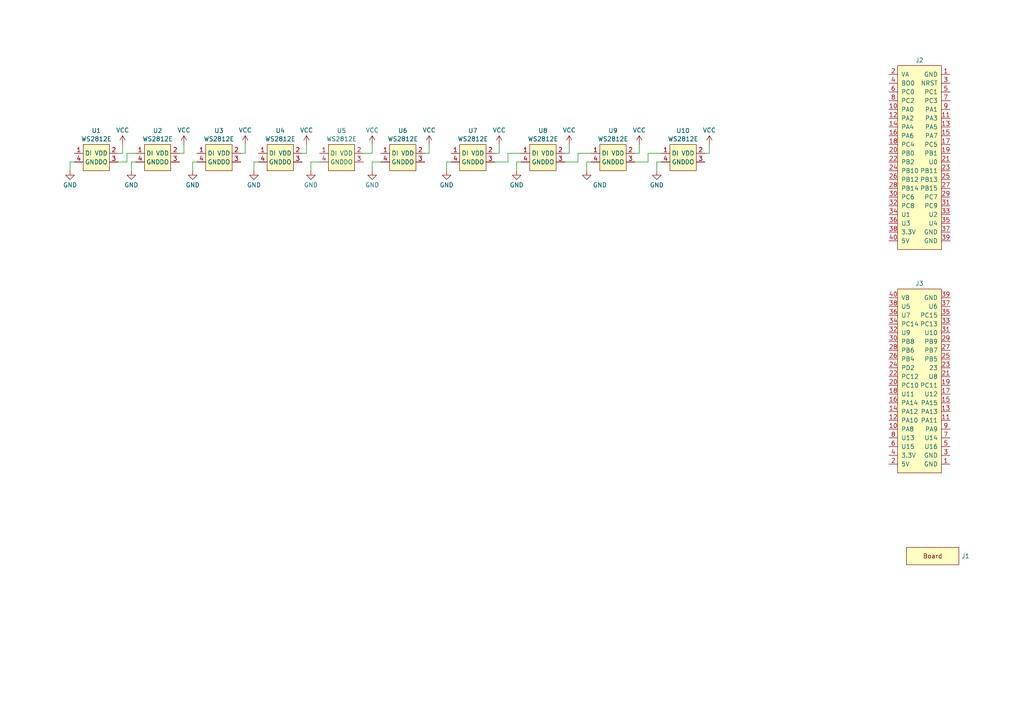
<source format=kicad_sch>
(kicad_sch (version 20230121) (generator eeschema)
  (paper "A4")
  (title_block (title "${TITLE}") (rev "${REVISION}") (company "${COMPANY}") (comment 1 "${AUTHOR}") (comment 2 "${AUTHOR_EMAIL}") (comment 3 "${URL}"))
  (lib_symbols
    (symbol "power:GND" (power) (pin_names (offset 0))
      (property "Value" "GND" (at 0 -3.81 0))
      (symbol "GND_0_1"
        (polyline (pts (xy 0 0) (xy 0 -1.27) (xy 1.27 -1.27) (xy 0 -2.54) (xy -1.27 -1.27) (xy 0 -1.27)))
      )
      (symbol "GND_1_1"
        (pin power_in line (at 0 0 270) (length 0) hide (name "GND") (number "1"))
      )
    )
    (symbol "power:VCC" (power) (pin_names (offset 0))
      (property "Value" "VCC" (at 0 3.81 0))
      (symbol "VCC_0_1"
        (polyline (pts (xy -0.762 1.27) (xy 0 2.54)))
        (polyline (pts (xy 0 0) (xy 0 2.54)))
        (polyline (pts (xy 0 2.54) (xy 0.762 1.27)))
      )
      (symbol "VCC_1_1"
        (pin power_in line (at 0 0 90) (length 0) hide (name "VCC") (number "1"))
      )
    )
    (symbol "stm32world:STM32WORLD_BOARD" (pin_names (offset 1.016))
      (property "Reference" "J" (at -6.35 3.81 0))
      (symbol "STM32WORLD_BOARD_0_0"
        (text "Board" (at 0 0 0) (effects (font (size 1.27 1.27))))
      )
      (symbol "STM32WORLD_BOARD_0_1"
        (rectangle (start -7.62 2.54) (end 7.62 -2.54) (stroke (width 0.1524)) (fill (type background)))
      )
    )
    (symbol "stm32world:STM32WORLD_CONNECTOR_1" (pin_names (offset 1.016))
      (property "Reference" "J" (at -6.35 27.94 0))
      (symbol "STM32WORLD_CONNECTOR_1_0_1"
        (rectangle (start -6.35 26.67) (end 6.35 -26.67) (fill (type background)))
      )
      (symbol "STM32WORLD_CONNECTOR_1_1_1"
        (pin passive line (at 8.89 24.13 180) (length 2.54) (name "GND") (number "1"))
        (pin passive line (at -8.89 13.97 0) (length 2.54) (name "PA0") (number "10"))
        (pin passive line (at 8.89 11.43 180) (length 2.54) (name "PA3") (number "11"))
        (pin passive line (at -8.89 11.43 0) (length 2.54) (name "PA2") (number "12"))
        (pin passive line (at 8.89 8.89 180) (length 2.54) (name "PA5") (number "13"))
        (pin passive line (at -8.89 8.89 0) (length 2.54) (name "PA4") (number "14"))
        (pin passive line (at 8.89 6.35 180) (length 2.54) (name "PA7") (number "15"))
        (pin passive line (at -8.89 6.35 0) (length 2.54) (name "PA6") (number "16"))
        (pin passive line (at 8.89 3.81 180) (length 2.54) (name "PC5") (number "17"))
        (pin passive line (at -8.89 3.81 0) (length 2.54) (name "PC4") (number "18"))
        (pin passive line (at 8.89 1.27 180) (length 2.54) (name "PB1") (number "19"))
        (pin passive line (at -8.89 24.13 0) (length 2.54) (name "VA") (number "2"))
        (pin passive line (at -8.89 1.27 0) (length 2.54) (name "PB0") (number "20"))
        (pin passive line (at 8.89 -1.27 180) (length 2.54) (name "U0") (number "21"))
        (pin passive line (at -8.89 -1.27 0) (length 2.54) (name "PB2") (number "22"))
        (pin passive line (at 8.89 -3.81 180) (length 2.54) (name "PB11") (number "23"))
        (pin passive line (at -8.89 -3.81 0) (length 2.54) (name "PB10") (number "24"))
        (pin passive line (at 8.89 -6.35 180) (length 2.54) (name "PB13") (number "25"))
        (pin passive line (at -8.89 -6.35 0) (length 2.54) (name "PB12") (number "26"))
        (pin passive line (at 8.89 -8.89 180) (length 2.54) (name "PB15") (number "27"))
        (pin passive line (at -8.89 -8.89 0) (length 2.54) (name "PB14") (number "28"))
        (pin passive line (at 8.89 -11.43 180) (length 2.54) (name "PC7") (number "29"))
        (pin passive line (at 8.89 21.59 180) (length 2.54) (name "NRST") (number "3"))
        (pin passive line (at -8.89 -11.43 0) (length 2.54) (name "PC6") (number "30"))
        (pin passive line (at 8.89 -13.97 180) (length 2.54) (name "PC9") (number "31"))
        (pin passive line (at -8.89 -13.97 0) (length 2.54) (name "PC8") (number "32"))
        (pin passive line (at 8.89 -16.51 180) (length 2.54) (name "U2") (number "33"))
        (pin passive line (at -8.89 -16.51 0) (length 2.54) (name "U1") (number "34"))
        (pin passive line (at 8.89 -19.05 180) (length 2.54) (name "U4") (number "35"))
        (pin passive line (at -8.89 -19.05 0) (length 2.54) (name "U3") (number "36"))
        (pin passive line (at 8.89 -21.59 180) (length 2.54) (name "GND") (number "37"))
        (pin passive line (at -8.89 -21.59 0) (length 2.54) (name "3.3V") (number "38"))
        (pin passive line (at 8.89 -24.13 180) (length 2.54) (name "GND") (number "39"))
        (pin passive line (at -8.89 21.59 0) (length 2.54) (name "BO0") (number "4"))
        (pin passive line (at -8.89 -24.13 0) (length 2.54) (name "5V") (number "40"))
        (pin passive line (at 8.89 19.05 180) (length 2.54) (name "PC1") (number "5"))
        (pin passive line (at -8.89 19.05 0) (length 2.54) (name "PC0") (number "6"))
        (pin passive line (at 8.89 16.51 180) (length 2.54) (name "PC3") (number "7"))
        (pin passive line (at -8.89 16.51 0) (length 2.54) (name "PC2") (number "8"))
        (pin passive line (at 8.89 13.97 180) (length 2.54) (name "PA1") (number "9"))
      )
    )
    (symbol "stm32world:STM32WORLD_CONNECTOR_2" (pin_names (offset 1.016))
      (property "Reference" "J" (at -5.08 27.94 0))
      (symbol "STM32WORLD_CONNECTOR_2_0_1"
        (rectangle (start 6.35 26.67) (end -6.35 -26.67) (fill (type background)))
      )
      (symbol "STM32WORLD_CONNECTOR_2_1_1"
        (pin passive line (at 8.89 -24.13 180) (length 2.54) (name "GND") (number "1"))
        (pin passive line (at -8.89 -13.97 0) (length 2.54) (name "PA8") (number "10"))
        (pin passive line (at 8.89 -11.43 180) (length 2.54) (name "PA11") (number "11"))
        (pin passive line (at -8.89 -11.43 0) (length 2.54) (name "PA10") (number "12"))
        (pin passive line (at 8.89 -8.89 180) (length 2.54) (name "PA13") (number "13"))
        (pin passive line (at -8.89 -8.89 0) (length 2.54) (name "PA12") (number "14"))
        (pin passive line (at 8.89 -6.35 180) (length 2.54) (name "PA15") (number "15"))
        (pin passive line (at -8.89 -6.35 0) (length 2.54) (name "PA14") (number "16"))
        (pin passive line (at 8.89 -3.81 180) (length 2.54) (name "U12") (number "17"))
        (pin passive line (at -8.89 -3.81 0) (length 2.54) (name "U11") (number "18"))
        (pin passive line (at 8.89 -1.27 180) (length 2.54) (name "PC11") (number "19"))
        (pin passive line (at -8.89 -24.13 0) (length 2.54) (name "5V") (number "2"))
        (pin passive line (at -8.89 -1.27 0) (length 2.54) (name "PC10") (number "20"))
        (pin passive line (at 8.89 1.27 180) (length 2.54) (name "U8") (number "21"))
        (pin passive line (at -8.89 1.27 0) (length 2.54) (name "PC12") (number "22"))
        (pin passive line (at 8.89 3.81 180) (length 2.54) (name "23") (number "23"))
        (pin passive line (at -8.89 3.81 0) (length 2.54) (name "PD2") (number "24"))
        (pin passive line (at 8.89 6.35 180) (length 2.54) (name "PB5") (number "25"))
        (pin passive line (at -8.89 6.35 0) (length 2.54) (name "PB4") (number "26"))
        (pin passive line (at 8.89 8.89 180) (length 2.54) (name "PB7") (number "27"))
        (pin passive line (at -8.89 8.89 0) (length 2.54) (name "PB6") (number "28"))
        (pin passive line (at 8.89 11.43 180) (length 2.54) (name "PB9") (number "29"))
        (pin passive line (at 8.89 -21.59 180) (length 2.54) (name "GND") (number "3"))
        (pin passive line (at -8.89 11.43 0) (length 2.54) (name "PB8") (number "30"))
        (pin passive line (at 8.89 13.97 180) (length 2.54) (name "U10") (number "31"))
        (pin passive line (at -8.89 13.97 0) (length 2.54) (name "U9") (number "32"))
        (pin passive line (at 8.89 16.51 180) (length 2.54) (name "PC13") (number "33"))
        (pin passive line (at -8.89 16.51 0) (length 2.54) (name "PC14") (number "34"))
        (pin passive line (at 8.89 19.05 180) (length 2.54) (name "PC15") (number "35"))
        (pin passive line (at -8.89 19.05 0) (length 2.54) (name "U7") (number "36"))
        (pin passive line (at 8.89 21.59 180) (length 2.54) (name "U6") (number "37"))
        (pin passive line (at -8.89 21.59 0) (length 2.54) (name "U5") (number "38"))
        (pin passive line (at 8.89 24.13 180) (length 2.54) (name "GND") (number "39"))
        (pin passive line (at -8.89 -21.59 0) (length 2.54) (name "3.3V") (number "4"))
        (pin passive line (at -8.89 24.13 0) (length 2.54) (name "VB") (number "40"))
        (pin passive line (at 8.89 -19.05 180) (length 2.54) (name "U16") (number "5"))
        (pin passive line (at -8.89 -19.05 0) (length 2.54) (name "U15") (number "6"))
        (pin passive line (at 8.89 -16.51 180) (length 2.54) (name "U14") (number "7"))
        (pin passive line (at -8.89 -16.51 0) (length 2.54) (name "U13") (number "8"))
        (pin passive line (at 8.89 -13.97 180) (length 2.54) (name "PA9") (number "9"))
      )
    )
    (symbol "stm32world:WS2812E-MINI-X1"
      (property "Reference" "U" (at -3.81 1.27 0))
      (property "Value" "WS2812E" (at 0 -8.89 0))
      (symbol "WS2812E-MINI-X1_1_1"
        (rectangle (start -3.81 0) (end 3.81 -7.62) (fill (type background)))
        (pin input line (at -6.35 -2.54 0) (length 2.54) (name "DI") (number "1"))
        (pin power_in line (at 6.35 -2.54 180) (length 2.54) (name "VDD") (number "2"))
        (pin output line (at 6.35 -5.08 180) (length 2.54) (name "DO") (number "3"))
        (pin power_in line (at -6.35 -5.08 0) (length 2.54) (name "GND") (number "4"))
      )
    )
  )
  (wire (pts (xy 129.54 49.53) (xy 129.54 46.99)))
  (wire (pts (xy 36.83 44.45) (xy 39.37 44.45)))
  (wire (pts (xy 147.32 44.45) (xy 147.32 46.99)))
  (wire (pts (xy 185.42 44.45) (xy 184.15 44.45)))
  (wire (pts (xy 35.56 44.45) (xy 34.29 44.45)))
  (wire (pts (xy 35.56 41.91) (xy 35.56 44.45)))
  (wire (pts (xy 73.66 49.53) (xy 73.66 46.99)))
  (wire (pts (xy 124.46 41.91) (xy 124.46 44.45)))
  (wire (pts (xy 147.32 46.99) (xy 143.51 46.99)))
  (wire (pts (xy 107.95 41.91) (xy 107.95 44.45)))
  (wire (pts (xy 88.9 44.45) (xy 87.63 44.45)))
  (wire (pts (xy 34.29 46.99) (xy 36.83 46.99)))
  (wire (pts (xy 55.88 46.99) (xy 57.15 46.99)))
  (wire (pts (xy 20.32 46.99) (xy 21.59 46.99)))
  (wire (pts (xy 53.34 41.91) (xy 53.34 44.45)))
  (wire (pts (xy 165.1 44.45) (xy 163.83 44.45)))
  (wire (pts (xy 149.86 46.99) (xy 149.86 49.53)))
  (wire (pts (xy 167.64 44.45) (xy 167.64 46.99)))
  (wire (pts (xy 187.96 46.99) (xy 184.15 46.99)))
  (wire (pts (xy 170.18 46.99) (xy 171.45 46.99)))
  (wire (pts (xy 90.17 49.53) (xy 90.17 46.99)))
  (wire (pts (xy 90.17 46.99) (xy 92.71 46.99)))
  (wire (pts (xy 124.46 44.45) (xy 123.19 44.45)))
  (wire (pts (xy 38.1 46.99) (xy 39.37 46.99)))
  (wire (pts (xy 151.13 44.45) (xy 147.32 44.45)))
  (wire (pts (xy 71.12 41.91) (xy 71.12 44.45)))
  (wire (pts (xy 171.45 44.45) (xy 167.64 44.45)))
  (wire (pts (xy 71.12 44.45) (xy 69.85 44.45)))
  (wire (pts (xy 107.95 44.45) (xy 105.41 44.45)))
  (wire (pts (xy 38.1 49.53) (xy 38.1 46.99)))
  (wire (pts (xy 129.54 46.99) (xy 130.81 46.99)))
  (wire (pts (xy 170.18 46.99) (xy 170.18 49.53)))
  (wire (pts (xy 165.1 41.91) (xy 165.1 44.45)))
  (wire (pts (xy 190.5 49.53) (xy 190.5 46.99)))
  (wire (pts (xy 191.77 44.45) (xy 187.96 44.45)))
  (wire (pts (xy 107.95 46.99) (xy 107.95 49.53)))
  (wire (pts (xy 149.86 46.99) (xy 151.13 46.99)))
  (wire (pts (xy 205.74 41.91) (xy 205.74 44.45)))
  (wire (pts (xy 73.66 46.99) (xy 74.93 46.99)))
  (wire (pts (xy 144.78 44.45) (xy 143.51 44.45)))
  (wire (pts (xy 167.64 46.99) (xy 163.83 46.99)))
  (wire (pts (xy 55.88 49.53) (xy 55.88 46.99)))
  (wire (pts (xy 36.83 44.45) (xy 36.83 46.99)))
  (wire (pts (xy 20.32 49.53) (xy 20.32 46.99)))
  (wire (pts (xy 205.74 44.45) (xy 204.47 44.45)))
  (wire (pts (xy 53.34 44.45) (xy 52.07 44.45)))
  (wire (pts (xy 88.9 41.91) (xy 88.9 44.45)))
  (wire (pts (xy 187.96 44.45) (xy 187.96 46.99)))
  (wire (pts (xy 144.78 41.91) (xy 144.78 44.45)))
  (wire (pts (xy 110.49 46.99) (xy 107.95 46.99)))
  (wire (pts (xy 190.5 46.99) (xy 191.77 46.99)))
  (wire (pts (xy 185.42 41.91) (xy 185.42 44.45)))
  (symbol (lib_id "stm32world:WS2812E-MINI-X1") (at 81.28 41.91 0) (unit 1)
    (property "Reference" "U4" (at 81.28 37.8927 0))
    (property "Value" "WS2812E" (at 81.28 40.3169 0))
    (property "Footprint" "stm32world:LED-SMD_4P-L3.7-W3.5-P1.75-BR-SK6812MINI" (effects hide))
    (property "Datasheet" "https://datasheet.lcsc.com/lcsc/2207111830_Worldsemi-WS2812E-MINI-X1_C4154871.pdf" (effects hide))
    (property "LCSC" "C4154871" (effects hide))
  )
  (symbol (lib_id "power:GND") (at 149.86 49.53 0) (unit 1)
    (property "Reference" "#PWR09" (effects hide))
    (property "Value" "GND" (at 149.86 53.6631 0))
  )
  (symbol (lib_id "power:VCC") (at 205.74 41.91 0) (unit 1)
    (property "Reference" "#PWR020" (effects hide))
    (property "Value" "VCC" (at 205.74 37.7769 0))
  )
  (symbol (lib_id "power:VCC") (at 71.12 41.91 0) (unit 1)
    (property "Reference" "#PWR013" (effects hide))
    (property "Value" "VCC" (at 71.12 37.7769 0))
  )
  (symbol (lib_id "power:VCC") (at 35.56 41.91 0) (unit 1)
    (property "Reference" "#PWR02" (effects hide))
    (property "Value" "VCC" (at 35.56 37.7769 0))
  )
  (symbol (lib_id "power:GND") (at 73.66 49.53 0) (unit 1)
    (property "Reference" "#PWR05" (effects hide))
    (property "Value" "GND" (at 73.66 53.6631 0))
  )
  (symbol (lib_id "stm32world:STM32WORLD_CONNECTOR_1") (at 266.7 45.72 0) (unit 1)
    (property "Reference" "J2" (at 266.7 17.4569 0))
    (property "Value" "STM32WORLD_CONNECTOR_1" (effects hide))
    (property "Footprint" "stm32world:PinSocket_2x20_P2.54mm_Vertical_Stackable" (effects hide))
    (property "LCSC" "C35165" (effects hide))
  )
  (symbol (lib_id "power:VCC") (at 88.9 41.91 0) (unit 1)
    (property "Reference" "#PWR014" (effects hide))
    (property "Value" "VCC" (at 88.9 37.7769 0))
  )
  (symbol (lib_id "power:GND") (at 107.95 49.53 0) (unit 1)
    (property "Reference" "#PWR07" (effects hide))
    (property "Value" "GND" (at 107.95 53.6631 0))
  )
  (symbol (lib_id "power:GND") (at 129.54 49.53 0) (unit 1)
    (property "Reference" "#PWR08" (effects hide))
    (property "Value" "GND" (at 129.54 53.6631 0))
  )
  (symbol (lib_id "stm32world:WS2812E-MINI-X1") (at 45.72 41.91 0) (unit 1)
    (property "Reference" "U2" (at 45.72 37.8927 0))
    (property "Value" "WS2812E" (at 45.72 40.3169 0))
    (property "Footprint" "stm32world:LED-SMD_4P-L3.7-W3.5-P1.75-BR-SK6812MINI" (effects hide))
    (property "Datasheet" "https://datasheet.lcsc.com/lcsc/2207111830_Worldsemi-WS2812E-MINI-X1_C4154871.pdf" (effects hide))
    (property "LCSC" "C4154871" (effects hide))
  )
  (symbol (lib_id "power:GND") (at 170.18 49.53 0) (unit 1)
    (property "Reference" "#PWR010" (effects hide))
    (property "Value" "GND" (at 173.99 53.6631 0))
  )
  (symbol (lib_id "stm32world:WS2812E-MINI-X1") (at 137.16 41.91 0) (unit 1)
    (property "Reference" "U7" (at 137.16 37.8927 0))
    (property "Value" "WS2812E" (at 137.16 40.3169 0))
    (property "Footprint" "stm32world:LED-SMD_4P-L3.7-W3.5-P1.75-BR-SK6812MINI" (effects hide))
    (property "Datasheet" "https://datasheet.lcsc.com/lcsc/2207111830_Worldsemi-WS2812E-MINI-X1_C4154871.pdf" (effects hide))
    (property "LCSC" "C4154871" (effects hide))
  )
  (symbol (lib_id "power:VCC") (at 124.46 41.91 0) (unit 1)
    (property "Reference" "#PWR016" (effects hide))
    (property "Value" "VCC" (at 124.46 37.7769 0))
  )
  (symbol (lib_id "stm32world:WS2812E-MINI-X1") (at 63.5 41.91 0) (unit 1)
    (property "Reference" "U3" (at 63.5 37.8927 0))
    (property "Value" "WS2812E" (at 63.5 40.3169 0))
    (property "Footprint" "stm32world:LED-SMD_4P-L3.7-W3.5-P1.75-BR-SK6812MINI" (effects hide))
    (property "Datasheet" "https://datasheet.lcsc.com/lcsc/2207111830_Worldsemi-WS2812E-MINI-X1_C4154871.pdf" (effects hide))
    (property "LCSC" "C4154871" (effects hide))
  )
  (symbol (lib_id "stm32world:STM32WORLD_BOARD") (at 270.51 161.29 0) (unit 1)
    (property "Reference" "J1" (at 278.8412 161.29 0) (effects (justify left)))
    (property "Value" "STM32WORLD_BOARD" (effects hide))
    (property "Footprint" "stm32world:STM32WORLD_BOARD" (effects hide))
  )
  (symbol (lib_id "stm32world:WS2812E-MINI-X1") (at 157.48 41.91 0) (unit 1)
    (property "Reference" "U8" (at 157.48 37.8927 0))
    (property "Value" "WS2812E" (at 157.48 40.3169 0))
    (property "Footprint" "stm32world:LED-SMD_4P-L3.7-W3.5-P1.75-BR-SK6812MINI" (effects hide))
    (property "Datasheet" "https://datasheet.lcsc.com/lcsc/2207111830_Worldsemi-WS2812E-MINI-X1_C4154871.pdf" (effects hide))
    (property "LCSC" "C4154871" (effects hide))
  )
  (symbol (lib_id "power:GND") (at 55.88 49.53 0) (unit 1)
    (property "Reference" "#PWR04" (effects hide))
    (property "Value" "GND" (at 55.88 53.6631 0))
  )
  (symbol (lib_id "stm32world:WS2812E-MINI-X1") (at 27.94 41.91 0) (unit 1)
    (property "Reference" "U1" (at 27.94 37.8927 0))
    (property "Value" "WS2812E" (at 27.94 40.3169 0))
    (property "Footprint" "stm32world:LED-SMD_4P-L3.7-W3.5-P1.75-BR-SK6812MINI" (effects hide))
    (property "Datasheet" "https://datasheet.lcsc.com/lcsc/2207111830_Worldsemi-WS2812E-MINI-X1_C4154871.pdf" (effects hide))
    (property "LCSC" "C4154871" (effects hide))
  )
  (symbol (lib_id "power:GND") (at 190.5 49.53 0) (unit 1)
    (property "Reference" "#PWR011" (effects hide))
    (property "Value" "GND" (at 190.5 53.6631 0))
  )
  (symbol (lib_id "stm32world:WS2812E-MINI-X1") (at 99.06 41.91 0) (unit 1)
    (property "Reference" "U5" (at 99.06 37.8927 0))
    (property "Value" "WS2812E" (at 99.06 40.3169 0))
    (property "Footprint" "stm32world:LED-SMD_4P-L3.7-W3.5-P1.75-BR-SK6812MINI" (effects hide))
    (property "Datasheet" "https://datasheet.lcsc.com/lcsc/2207111830_Worldsemi-WS2812E-MINI-X1_C4154871.pdf" (effects hide))
    (property "LCSC" "C4154871" (effects hide))
  )
  (symbol (lib_id "power:VCC") (at 107.95 41.91 0) (unit 1)
    (property "Reference" "#PWR015" (effects hide))
    (property "Value" "VCC" (at 107.95 37.7769 0))
  )
  (symbol (lib_id "stm32world:WS2812E-MINI-X1") (at 116.84 41.91 0) (unit 1)
    (property "Reference" "U6" (at 116.84 37.8927 0))
    (property "Value" "WS2812E" (at 116.84 40.3169 0))
    (property "Footprint" "stm32world:LED-SMD_4P-L3.7-W3.5-P1.75-BR-SK6812MINI" (effects hide))
    (property "Datasheet" "https://datasheet.lcsc.com/lcsc/2207111830_Worldsemi-WS2812E-MINI-X1_C4154871.pdf" (effects hide))
    (property "LCSC" "C4154871" (effects hide))
  )
  (symbol (lib_id "power:VCC") (at 165.1 41.91 0) (unit 1)
    (property "Reference" "#PWR018" (effects hide))
    (property "Value" "VCC" (at 165.1 37.7769 0))
  )
  (symbol (lib_id "stm32world:STM32WORLD_CONNECTOR_2") (at 266.7 110.49 0) (unit 1)
    (property "Reference" "J3" (at 266.7 82.2269 0))
    (property "Value" "STM32WORLD_CONNECTOR_2" (effects hide))
    (property "Footprint" "stm32world:PinSocket_2x20_P2.54mm_Vertical_Stackable" (effects hide))
    (property "LCSC" "C35165" (effects hide))
  )
  (symbol (lib_id "power:VCC") (at 144.78 41.91 0) (unit 1)
    (property "Reference" "#PWR017" (effects hide))
    (property "Value" "VCC" (at 144.78 37.7769 0))
  )
  (symbol (lib_id "power:VCC") (at 53.34 41.91 0) (unit 1)
    (property "Reference" "#PWR012" (effects hide))
    (property "Value" "VCC" (at 53.34 37.7769 0))
  )
  (symbol (lib_id "power:GND") (at 90.17 49.53 0) (unit 1)
    (property "Reference" "#PWR06" (effects hide))
    (property "Value" "GND" (at 90.17 53.6631 0))
  )
  (symbol (lib_id "power:GND") (at 38.1 49.53 0) (unit 1)
    (property "Reference" "#PWR03" (effects hide))
    (property "Value" "GND" (at 38.1 53.6631 0))
  )
  (symbol (lib_id "stm32world:WS2812E-MINI-X1") (at 177.8 41.91 0) (unit 1)
    (property "Reference" "U9" (at 177.8 37.8927 0))
    (property "Value" "WS2812E" (at 177.8 40.3169 0))
    (property "Footprint" "stm32world:LED-SMD_4P-L3.7-W3.5-P1.75-BR-SK6812MINI" (effects hide))
    (property "Datasheet" "https://datasheet.lcsc.com/lcsc/2207111830_Worldsemi-WS2812E-MINI-X1_C4154871.pdf" (effects hide))
    (property "LCSC" "C4154871" (effects hide))
  )
  (symbol (lib_id "power:VCC") (at 185.42 41.91 0) (unit 1)
    (property "Reference" "#PWR019" (effects hide))
    (property "Value" "VCC" (at 185.42 37.7769 0))
  )
  (symbol (lib_id "power:GND") (at 20.32 49.53 0) (unit 1)
    (property "Reference" "#PWR01" (effects hide))
    (property "Value" "GND" (at 20.32 53.6631 0))
  )
  (symbol (lib_id "stm32world:WS2812E-MINI-X1") (at 198.12 41.91 0) (unit 1)
    (property "Reference" "U10" (at 198.12 37.8927 0))
    (property "Value" "WS2812E" (at 198.12 40.3169 0))
    (property "Footprint" "stm32world:LED-SMD_4P-L3.7-W3.5-P1.75-BR-SK6812MINI" (effects hide))
    (property "Datasheet" "https://datasheet.lcsc.com/lcsc/2207111830_Worldsemi-WS2812E-MINI-X1_C4154871.pdf" (effects hide))
    (property "LCSC" "C4154871" (effects hide))
  )
)
</source>
